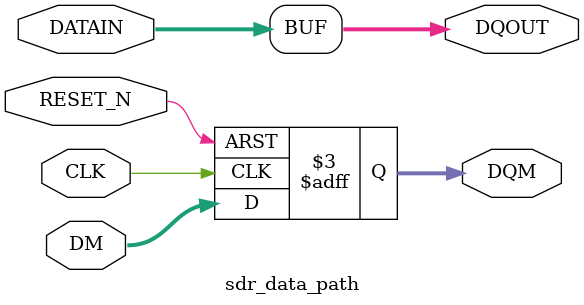
<source format=v>
module sdr_data_path(
        input CLK, // System Clock
        input RESET_N, // System Reset
        input [15:0] DATAIN, // Data input from the host
        input [1:0] DM, // byte data masks
        output [15:0] DQOUT,
        output reg [1:0] DQM // SDRAM data mask ouputs
    );
    
    // Allign the input and output data to the SDRAM control path
    always @(posedge CLK or negedge RESET_N)
    begin
        if (!RESET_N) begin
            DQM[1:0] <= 2'b11;
        end
        else begin
            DQM[1:0] <= DM[1:0];
        end                 
    end
    
    assign DQOUT[15:0] = DATAIN[15:0];
    
endmodule

</source>
